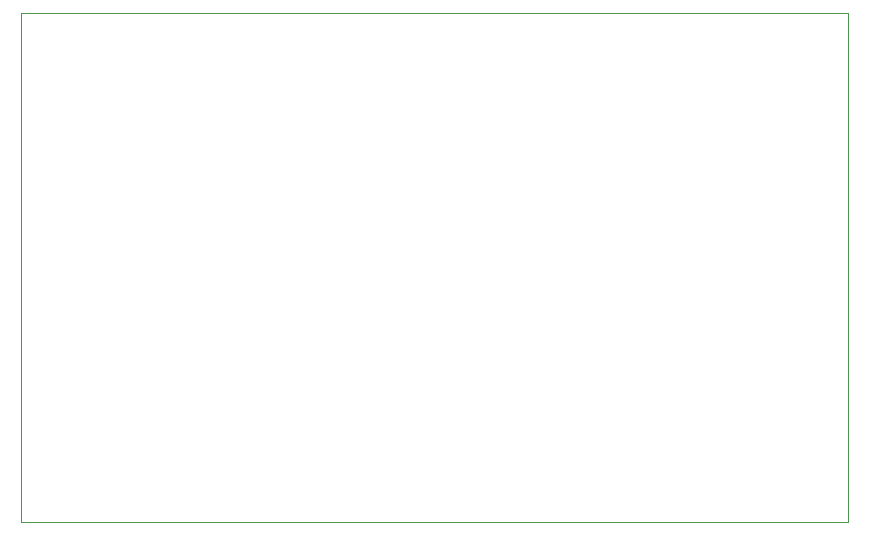
<source format=gko>
%FSLAX34Y34*%
G04 Gerber Fmt 3.4, Leading zero omitted, Abs format*
G04 (created by PCBNEW (2014-03-19 BZR 4756)-product) date Thu 12 Jun 2014 08:54:00 PM AKDT*
%MOIN*%
G01*
G70*
G90*
G04 APERTURE LIST*
%ADD10C,0.005906*%
%ADD11C,0.003937*%
G04 APERTURE END LIST*
G54D10*
G54D11*
X72400Y-50650D02*
X44850Y-50650D01*
X72400Y-33700D02*
X72400Y-50650D01*
X44850Y-33700D02*
X72400Y-33700D01*
X44850Y-50650D02*
X44850Y-33700D01*
X71100Y-50650D02*
X44900Y-50650D01*
X44850Y-33700D02*
X71050Y-33700D01*
M02*

</source>
